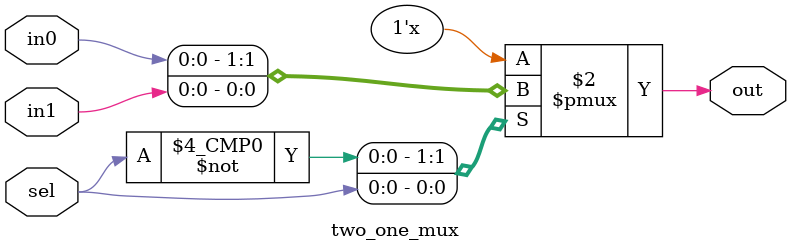
<source format=v>
`timescale 1ns / 1ps
module two_one_mux(sel, in0, in1, out);

/**
 * Module inputs.
 */
input sel, in0, in1;

/**
 * Module outputs.
 */
output out;

/**
 * More un-understandable wires.
 */
wire sel, in0, in1;

reg out;

always @(*) begin
   case (sel)
      1'b0: out <= in0;
      1'b1: out <= in1;
	endcase
end

endmodule

</source>
